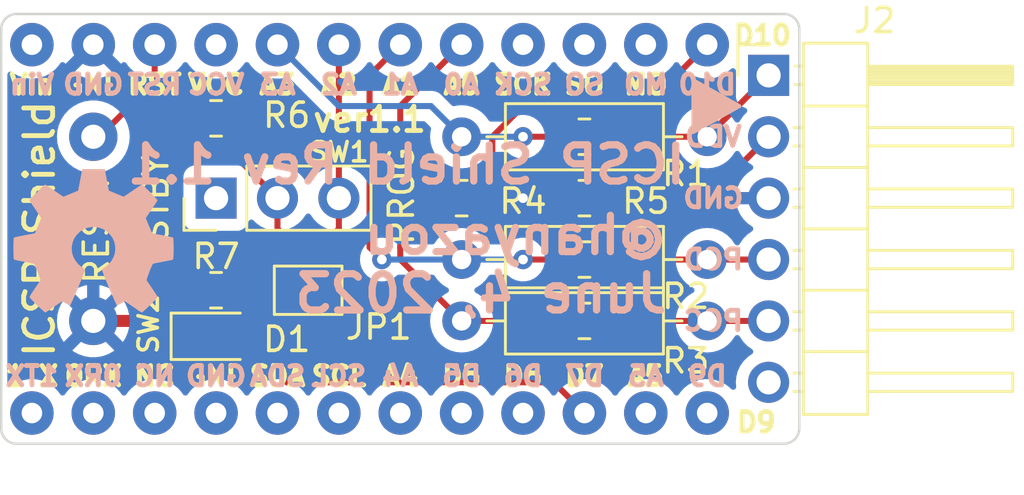
<source format=kicad_pcb>
(kicad_pcb (version 20221018) (generator pcbnew)
  (layers (0 "F.Cu" signal) (31 "B.Cu" signal) (34 "B.Paste" user) (35 "F.Paste" user) (36 "B.SilkS" user "B.Silkscreen") (37 "F.SilkS" user "F.Silkscreen") (38 "B.Mask" user) (39 "F.Mask" user) (44 "Edge.Cuts" user))
  (net 0 "")
  (net 1 "Net-(D1-K)")
  (net 2 "LED")
  (net 14 "Net-(J1-D10{slash}A10)")
  (net 18 "A0")
  (net 19 "A1")
  (net 20 "PROG")
  (net 21 "A3")
  (net 23 "RESET")
  (net 24 "GND")
  (net 26 "MCLR")
  (net 27 "VDD")
  (net 28 "PGD")
  (net 29 "PGC")
  (net 31 "Net-(JP1-B)")
  (footprint "Resistor_THT:R_Axial_DIN0207_L6.3mm_D2.5mm_P10.16mm_Horizontal" (layer "F.Cu") (at 156.21 105.41)
    (fp_text reference "R8" hide)
    (fp_text value "470")
    (fp_line (start 1.04 0) (end 1.81 0) (stroke (width 0.12)) (layer "F.SilkS"))
    (fp_line (start 1.81 -1.37) (end 1.81 1.37) (stroke (width 0.12)) (layer "F.SilkS"))
    (fp_line (start 1.81 1.37) (end 8.35 1.37) (stroke (width 0.12)) (layer "F.SilkS"))
    (fp_line (start 8.35 -1.37) (end 1.81 -1.37) (stroke (width 0.12)) (layer "F.SilkS"))
    (fp_line (start 8.35 1.37) (end 8.35 -1.37) (stroke (width 0.12)) (layer "F.SilkS"))
    (fp_line (start 9.12 0) (end 8.35 0) (stroke (width 0.12)) (layer "F.SilkS"))
    (pad "1" thru_hole circle (at 0 0) (size 1.6 1.6) (drill 0.8) (layers "*.Cu" "*.Mask") (net 18 "A0"))
    (pad "2" thru_hole oval (at 10.16 0) (size 1.6 1.6) (drill 0.8) (layers "*.Cu" "*.Mask") (net 29 "PGC"))
  )
  (footprint "Connector_PinHeader_2.54mm:PinHeader_1x03_P2.54mm_Vertical" (layer "F.Cu") (at 146.05 100.33 90)
    (fp_text reference "SW1" (at 1.905 5.08 180) (layer "F.SilkS") (effects (font (size 0.8 0.8))))
    (fp_text value "MODE")
    (fp_line (start -1.33 -1.33) (end 0 -1.33) (stroke (width 0.12)) (layer "F.SilkS"))
    (fp_line (start -1.33 0) (end -1.33 -1.33) (stroke (width 0.12)) (layer "F.SilkS"))
    (fp_line (start -1.33 1.27) (end -1.33 6.41) (stroke (width 0.12)) (layer "F.SilkS"))
    (fp_line (start -1.33 1.27) (end 1.33 1.27) (stroke (width 0.12)) (layer "F.SilkS"))
    (fp_line (start -1.33 6.41) (end 1.33 6.41) (stroke (width 0.12)) (layer "F.SilkS"))
    (fp_line (start 1.33 1.27) (end 1.33 6.41) (stroke (width 0.12)) (layer "F.SilkS"))
    (pad "1" thru_hole rect (at 0 0 90) (size 1.7 1.7) (drill 1) (layers "*.Cu" "*.Mask"))
    (pad "2" thru_hole oval (at 0 2.54 90) (size 1.7 1.7) (drill 1) (layers "*.Cu" "*.Mask") (net 31 "Net-(JP1-B)"))
    (pad "3" thru_hole oval (at 0 5.08 90) (size 1.7 1.7) (drill 1) (layers "*.Cu" "*.Mask") (net 20 "PROG"))
  )
  (footprint "Resistor_SMD:R_0805_2012Metric_Pad1.20x1.40mm_HandSolder" (layer "F.Cu") (at 161.29 102.87)
    (fp_text reference "R2" (at 4.191 1.524) (layer "F.SilkS"))
    (fp_text value "470")
    (fp_line (start -0.227064 -0.735) (end 0.227064 -0.735) (stroke (width 0.12)) (layer "F.SilkS"))
    (fp_line (start -0.227064 0.735) (end 0.227064 0.735) (stroke (width 0.12)) (layer "F.SilkS"))
    (pad "1" smd roundrect (at -1 0) (size 1.2 1.4) (layers "F.Cu" "F.Paste" "F.Mask") (roundrect_rratio 0.2083333333) (net 19 "A1"))
    (pad "2" smd roundrect (at 1 0) (size 1.2 1.4) (layers "F.Cu" "F.Paste" "F.Mask") (roundrect_rratio 0.2083333333) (net 28 "PGD"))
  )
  (footprint "Resistor_SMD:R_0805_2012Metric_Pad1.20x1.40mm_HandSolder" (layer "F.Cu") (at 161.29 100.33 180)
    (fp_text reference "R5" (at -2.54 -0.127) (layer "F.SilkS"))
    (fp_text value "10k")
    (fp_line (start -0.227064 -0.735) (end 0.227064 -0.735) (stroke (width 0.12)) (layer "F.SilkS"))
    (fp_line (start -0.227064 0.735) (end 0.227064 0.735) (stroke (width 0.12)) (layer "F.SilkS"))
    (pad "1" smd roundrect (at -1 0 180) (size 1.2 1.4) (layers "F.Cu" "F.Paste" "F.Mask") (roundrect_rratio 0.2083333333) (net 27 "VDD"))
    (pad "2" smd roundrect (at 1 0 180) (size 1.2 1.4) (layers "F.Cu" "F.Paste" "F.Mask") (roundrect_rratio 0.2083333333) (net 24 "GND"))
  )
  (footprint "LED_SMD:LED_0805_2012Metric_Pad1.15x1.40mm_HandSolder" (layer "F.Cu") (at 146.05 106.045)
    (fp_text reference "D1" (at 2.921 0.127) (layer "F.SilkS"))
    (fp_text value "LED")
    (fp_line (start -1.86 -0.96) (end -1.86 0.96) (stroke (width 0.12)) (layer "F.SilkS"))
    (fp_line (start -1.86 0.96) (end 1 0.96) (stroke (width 0.12)) (layer "F.SilkS"))
    (fp_line (start 1 -0.96) (end -1.86 -0.96) (stroke (width 0.12)) (layer "F.SilkS"))
    (pad "1" smd roundrect (at -1.025 0) (size 1.15 1.4) (layers "F.Cu" "F.Paste" "F.Mask") (roundrect_rratio 0.2173913043) (net 1 "Net-(D1-K)"))
    (pad "2" smd roundrect (at 1.025 0) (size 1.15 1.4) (layers "F.Cu" "F.Paste" "F.Mask") (roundrect_rratio 0.2173913043) (net 2 "LED"))
  )
  (footprint "Resistor_SMD:R_0805_2012Metric_Pad1.20x1.40mm_HandSolder" (layer "F.Cu") (at 146.05 97.028 180)
    (fp_text reference "R6" (at -2.921 0.127) (layer "F.SilkS"))
    (fp_text value "1k")
    (fp_line (start -0.227064 -0.735) (end 0.227064 -0.735) (stroke (width 0.12)) (layer "F.SilkS"))
    (fp_line (start -0.227064 0.735) (end 0.227064 0.735) (stroke (width 0.12)) (layer "F.SilkS"))
    (pad "1" smd roundrect (at -1 0 180) (size 1.2 1.4) (layers "F.Cu" "F.Paste" "F.Mask") (roundrect_rratio 0.2083333333) (net 31 "Net-(JP1-B)"))
    (pad "2" smd roundrect (at 1 0 180) (size 1.2 1.4) (layers "F.Cu" "F.Paste" "F.Mask") (roundrect_rratio 0.2083333333) (net 24 "GND"))
  )
  (footprint "Resistor_SMD:R_0805_2012Metric_Pad1.20x1.40mm_HandSolder" (layer "F.Cu") (at 161.29 105.41)
    (fp_text reference "R3" (at 4.191 1.651) (layer "F.SilkS"))
    (fp_text value "470")
    (fp_line (start -0.227064 -0.735) (end 0.227064 -0.735) (stroke (width 0.12)) (layer "F.SilkS"))
    (fp_line (start -0.227064 0.735) (end 0.227064 0.735) (stroke (width 0.12)) (layer "F.SilkS"))
    (pad "1" smd roundrect (at -1 0) (size 1.2 1.4) (layers "F.Cu" "F.Paste" "F.Mask") (roundrect_rratio 0.2083333333) (net 18 "A0"))
    (pad "2" smd roundrect (at 1 0) (size 1.2 1.4) (layers "F.Cu" "F.Paste" "F.Mask") (roundrect_rratio 0.2083333333) (net 29 "PGC"))
  )
  (footprint "Symbol:OSHW-Symbol_6.7x6mm_Copper" (layer "F.Cu") (at 140.97 102.108)
    (fp_text reference "REF**" hide)
    (fp_text value "OSHW-Symbol_6.7x6mm_Copper" hide)
    (fp_poly (pts (xy 0.555814 -2.531069) (xy 0.639635 -2.086445) (xy 0.94892 -1.958947) (xy 1.258206 -1.831449) (xy 1.629246 -2.083754) (xy 1.733157 -2.154004) (xy 1.827087 -2.216728) (xy 1.906652 -2.269062) (xy 1.96747 -2.308143) (xy 2.005157 -2.331107) (xy 2.015421 -2.336058) (xy 2.03391 -2.323324) (xy 2.07342 -2.288118) (xy 2.129522 -2.234938) (xy 2.197787 -2.168282) (xy 2.273786 -2.092646) (xy 2.353092 -2.012528) (xy 2.431275 -1.932426) (xy 2.503907 -1.856836) (xy 2.566559 -1.790255) (xy 2.614803 -1.737182) (xy 2.64421 -1.702113) (xy 2.651241 -1.690377) (xy 2.641123 -1.66874) (xy 2.612759 -1.621338) (xy 2.569129 -1.552807) (xy 2.513218 -1.467785) (xy 2.448006 -1.370907) (xy 2.410219 -1.31565) (xy 2.341343 -1.214752) (xy 2.28014 -1.123701) (xy 2.229578 -1.04703) (xy 2.192628 -0.989272) (xy 2.172258 -0.954957) (xy 2.169197 -0.947746) (xy 2.176136 -0.927252) (xy 2.195051 -0.879487) (xy 2.223087 -0.811168) (xy 2.257391 -0.729011) (xy 2.295109 -0.63973) (xy 2.333387 -0.550042) (xy 2.36937 -0.466662) (xy 2.400206 -0.396306) (xy 2.423039 -0.34569) (xy 2.435017 -0.321529) (xy 2.435724 -0.320578) (xy 2.454531 -0.315964) (xy 2.504618 -0.305672) (xy 2.580793 -0.290713) (xy 2.677865 -0.272099) (xy 2.790643 -0.250841) (xy 2.856442 -0.238582) (xy 2.97695 -0.215638) (xy 3.085797 -0.193805) (xy 3.177476 -0.174278) (xy 3.246481 -0.158252) (xy 3.287304 -0.146921) (xy 3.295511 -0.143326) (xy 3.303548 -0.118994) (xy 3.310033 -0.064041) (xy 3.31497 0.015108) (xy 3.318364 0.112026) (xy 3.320218 0.220287) (xy 3.320538 0.333465) (xy 3.319327 0.445135) (xy 3.31659 0.548868) (xy 3.312331 0.638241) (xy 3.306555 0.706826) (xy 3.299267 0.748197) (xy 3.294895 0.75681) (xy 3.268764 0.767133) (xy 3.213393 0.781892) (xy 3.136107 0.799352) (xy 3.04423 0.81778) (xy 3.012158 0.823741) (xy 2.857524 0.852066) (xy 2.735375 0.874876) (xy 2.641673 0.89308) (xy 2.572384 0.907583) (xy 2.523471 0.919292) (xy 2.490897 0.929115) (xy 2.470628 0.937956) (xy 2.458626 0.946724) (xy 2.456947 0.948457) (xy 2.440184 0.976371) (xy 2.414614 1.030695) (xy 2.382788 1.104777) (xy 2.34726 1.191965) (xy 2.310583 1.285608) (xy 2.275311 1.379052) (xy 2.243996 1.465647) (xy 2.219193 1.53874) (xy 2.203454 1.591678) (xy 2.199332 1.617811) (xy 2.199676 1.618726) (xy 2.213641 1.640086) (xy 2.245322 1.687084) (xy 2.291391 1.754827) (xy 2.348518 1.838423) (xy 2.413373 1.932982) (xy 2.431843 1.959854) (xy 2.497699 2.057275) (xy 2.55565 2.146163) (xy 2.602538 2.221412) (xy 2.635207 2.27792) (xy 2.6505 2.310581) (xy 2.651241 2.314593) (xy 2.638392 2.335684) (xy 2.602888 2.377464) (xy 2.549293 2.435445) (xy 2.482171 2.505135) (xy 2.406087 2.582045) (xy 2.325604 2.661683) (xy 2.245287 2.739561) (xy 2.169699 2.811186) (xy 2.103405 2.87207) (xy 2.050969 2.917721) (xy 2.016955 2.94365) (xy 2.007545 2.947883) (xy 1.985643 2.937912) (xy 1.9408 2.91102) (xy 1.880321 2.871736) (xy 1.833789 2.840117) (xy 1.749475 2.782098) (xy 1.649626 2.713784) (xy 1.549473 2.645579) (xy 1.495627 2.609075) (xy 1.313371 2.4858) (xy 1.160381 2.56852) (xy 1.090682 2.604759) (xy 1.031414 2.632926) (xy 0.991311 2.648991) (xy 0.981103 2.651226) (xy 0.968829 2.634722) (xy 0.944613 2.588082) (xy 0.910263 2.515609) (xy 0.867588 2.421606) (xy 0.818394 2.310374) (xy 0.76449 2.186215) (xy 0.707684 2.053432) (xy 0.649782 1.916327) (xy 0.592593 1.779202) (xy 0.537924 1.646358) (xy 0.487584 1.522098) (xy 0.44338 1.410725) (xy 0.407119 1.316539) (xy 0.380609 1.243844) (xy 0.365658 1.196941) (xy 0.363254 1.180833) (xy 0.382311 1.160286) (xy 0.424036 1.126933) (xy 0.479706 1.087702) (xy 0.484378 1.084599) (xy 0.628264 0.969423) (xy 0.744283 0.835053) (xy 0.83143 0.685784) (xy 0.888699 0.525913) (xy 0.915086 0.359737) (xy 0.909585 0.191552) (xy 0.87119 0.025655) (xy 0.798895 -0.133658) (xy 0.777626 -0.168513) (xy 0.666996 -0.309263) (xy 0.536302 -0.422286) (xy 0.390064 -0.506997) (xy 0.232808 -0.562806) (xy 0.069057 -0.589126) (xy -0.096667 -0.58537) (xy -0.259838 -0.55095) (xy -0.415935 -0.485277) (xy -0.560433 -0.387765) (xy -0.605131 -0.348187) (xy -0.718888 -0.224297) (xy -0.801782 -0.093876) (xy -0.858644 0.052315) (xy -0.890313 0.197088) (xy -0.898131 0.35986) (xy -0.872062 0.52344) (xy -0.814755 0.682298) (xy -0.728856 0.830906) (xy -0.617014 0.963735) (xy -0.481877 1.075256) (xy -0.464117 1.087011) (xy -0.40785 1.125508) (xy -0.365077 1.158863) (xy -0.344628 1.18016) (xy -0.344331 1.180833) (xy -0.348721 1.203871) (xy -0.366124 1.256157) (xy -0.394732 1.33339) (xy -0.432735 1.431268) (xy -0.478326 1.545491) (xy -0.529697 1.671758) (xy -0.585038 1.805767) (xy -0.642542 1.943218) (xy -0.700399 2.079808) (xy -0.756802 2.211237) (xy -0.809942 2.333205) (xy -0.85801 2.441409) (xy -0.899199 2.531549) (xy -0.931699 2.599323) (xy -0.953703 2.64043) (xy -0.962564 2.651226) (xy -0.98964 2.642819) (xy -1.040303 2.620272) (xy -1.105817 2.587613) (xy -1.141841 2.56852) (xy -1.294832 2.4858) (xy -1.477088 2.609075) (xy -1.570125 2.672228) (xy -1.671985 2.741727) (xy -1.767438 2.807165) (xy -1.81525 2.840117) (xy -1.882495 2.885273) (xy -1.939436 2.921057) (xy -1.978646 2.942938) (xy -1.991381 2.947563) (xy -2.009917 2.935085) (xy -2.050941 2.900252) (xy -2.110475 2.846678) (xy -2.184542 2.777983) (xy -2.269165 2.697781) (xy -2.322685 2.646286) (xy -2.416319 2.554286) (xy -2.497241 2.471999) (xy -2.562177 2.402945) (xy -2.607858 2.350644) (xy -2.631011 2.318616) (xy -2.633232 2.312116) (xy -2.622924 2.287394) (xy -2.594439 2.237405) (xy -2.550937 2.167212) (xy -2.495577 2.081875) (xy -2.43152 1.986456) (xy -2.413303 1.959854) (xy -2.346927 1.863167) (xy -2.287378 1.776117) (xy -2.237984 1.703595) (xy -2.202075 1.650493) (xy -2.182981 1.621703) (xy -2.181136 1.618726) (xy -2.183895 1.595782) (xy -2.198538 1.545336) (xy -2.222513 1.474041) (xy -2.253266 1.388547) (xy -2.288244 1.295507) (xy -2.324893 1.201574) (xy -2.360661 1.113399) (xy -2.392994 1.037634) (xy -2.419338 0.980931) (xy -2.437142 0.949943) (xy -2.438407 0.948457) (xy -2.449294 0.939601) (xy -2.467682 0.930843) (xy -2.497606 0.921277) (xy -2.543103 0.909996) (xy -2.608209 0.896093) (xy -2.696961 0.878663) (xy -2.813393 0.856798) (xy -2.961542 0.829591) (xy -2.993618 0.823741) (xy -3.088686 0.805374) (xy -3.171565 0.787405) (xy -3.23493 0.771569) (xy -3.271458 0.7596) (xy -3.276356 0.75681) (xy -3.284427 0.732072) (xy -3.290987 0.67679) (xy -3.296033 0.597389) (xy -3.299559 0.500296) (xy -3.301561 0.391938) (xy -3.302036 0.27874) (xy -3.300977 0.167128) (xy -3.298382 0.063529) (xy -3.294246 -0.025632) (xy -3.288563 -0.093928) (xy -3.281331 -0.134934) (xy -3.276971 -0.143326) (xy -3.252698 -0.151792) (xy -3.197426 -0.165565) (xy -3.116662 -0.18345) (xy -3.015912 -0.204252) (xy -2.900683 -0.226777) (xy -2.837902 -0.238582) (xy -2.718787 -0.260849) (xy -2.612565 -0.281021) (xy -2.524427 -0.298085) (xy -2.459566 -0.311031) (xy -2.423174 -0.318845) (xy -2.417184 -0.320578) (xy -2.407061 -0.34011) (xy -2.385662 -0.387157) (xy -2.355839 -0.454997) (xy -2.320445 -0.536909) (xy -2.282332 -0.626172) (xy -2.244353 -0.716065) (xy -2.20936 -0.799865) (xy -2.180206 -0.870853) (xy -2.159743 -0.922306) (xy -2.150823 -0.947503) (xy -2.150657 -0.948604) (xy -2.160769 -0.968481) (xy -2.189117 -1.014223) (xy -2.232723 -1.081283) (xy -2.288606 -1.165116) (xy -2.353787 -1.261174) (xy -2.391679 -1.31635) (xy -2.460725 -1.417519) (xy -2.52205 -1.50937) (xy -2.572663 -1.587256) (xy -2.609571 -1.646531) (xy -2.629782 -1.682549) (xy -2.632701 -1.690623) (xy -2.620153 -1.709416) (xy -2.585463 -1.749543) (xy -2.533063 -1.806507) (xy -2.467384 -1.875815) (xy -2.392856 -1.952969) (xy -2.313913 -2.033475) (xy -2.234983 -2.112837) (xy -2.1605 -2.18656) (xy -2.094894 -2.250148) (xy -2.042596 -2.299106) (xy -2.008039 -2.328939) (xy -1.996478 -2.336058) (xy -1.977654 -2.326047) (xy -1.932631 -2.297922) (xy -1.865787 -2.254546) (xy -1.781499 -2.198782) (xy -1.684144 -2.133494) (xy -1.610707 -2.083754) (xy -1.239667 -1.831449) (xy -0.621095 -2.086445) (xy -0.537275 -2.531069) (xy -0.453454 -2.975693) (xy 0.471994 -2.975693) (xy 0.555814 -2.531069)) (stroke (width 0.01)) (fill solid) (layer "B.SilkS"))
  )
  (footprint "Resistor_THT:R_Axial_DIN0207_L6.3mm_D2.5mm_P10.16mm_Horizontal" (layer "F.Cu") (at 156.21 97.79)
    (fp_text reference "R10" hide)
    (fp_text value "470")
    (fp_line (start 1.04 0) (end 1.81 0) (stroke (width 0.12)) (layer "F.SilkS"))
    (fp_line (start 1.81 -1.37) (end 1.81 1.37) (stroke (width 0.12)) (layer "F.SilkS"))
    (fp_line (start 1.81 1.37) (end 8.35 1.37) (stroke (width 0.12)) (layer "F.SilkS"))
    (fp_line (start 8.35 -1.37) (end 1.81 -1.37) (stroke (width 0.12)) (layer "F.SilkS"))
    (fp_line (start 8.35 1.37) (end 8.35 -1.37) (stroke (width 0.12)) (layer "F.SilkS"))
    (fp_line (start 9.12 0) (end 8.35 0) (stroke (width 0.12)) (layer "F.SilkS"))
    (pad "1" thru_hole circle (at 0 0) (size 1.6 1.6) (drill 0.8) (layers "*.Cu" "*.Mask") (net 21 "A3"))
    (pad "2" thru_hole oval (at 10.16 0) (size 1.6 1.6) (drill 0.8) (layers "*.Cu" "*.Mask") (net 26 "MCLR"))
  )
  (footprint "Resistor_SMD:R_0805_2012Metric_Pad1.20x1.40mm_HandSolder" (layer "F.Cu") (at 156.21 100.33 180)
    (fp_text reference "R4" (at -2.54 -0.127) (layer "F.SilkS"))
    (fp_text value "470")
    (fp_line (start -0.227064 -0.735) (end 0.227064 -0.735) (stroke (width 0.12)) (layer "F.SilkS"))
    (fp_line (start -0.227064 0.735) (end 0.227064 0.735) (stroke (width 0.12)) (layer "F.SilkS"))
    (pad "1" smd roundrect (at -1 0 180) (size 1.2 1.4) (layers "F.Cu" "F.Paste" "F.Mask") (roundrect_rratio 0.2083333333) (net 14 "Net-(J1-D10{slash}A10)"))
    (pad "2" smd roundrect (at 1 0 180) (size 1.2 1.4) (layers "F.Cu" "F.Paste" "F.Mask") (roundrect_rratio 0.2083333333) (net 27 "VDD"))
  )
  (footprint "Resistor_THT:R_Axial_DIN0207_L6.3mm_D2.5mm_P10.16mm_Horizontal" (layer "F.Cu") (at 156.21 102.87)
    (fp_text reference "R9" hide)
    (fp_text value "470")
    (fp_line (start 1.04 0) (end 1.81 0) (stroke (width 0.12)) (layer "F.SilkS"))
    (fp_line (start 1.81 -1.37) (end 1.81 1.37) (stroke (width 0.12)) (layer "F.SilkS"))
    (fp_line (start 1.81 1.37) (end 8.35 1.37) (stroke (width 0.12)) (layer "F.SilkS"))
    (fp_line (start 8.35 -1.37) (end 1.81 -1.37) (stroke (width 0.12)) (layer "F.SilkS"))
    (fp_line (start 8.35 1.37) (end 8.35 -1.37) (stroke (width 0.12)) (layer "F.SilkS"))
    (fp_line (start 9.12 0) (end 8.35 0) (stroke (width 0.12)) (layer "F.SilkS"))
    (pad "1" thru_hole circle (at 0 0) (size 1.6 1.6) (drill 0.8) (layers "*.Cu" "*.Mask") (net 19 "A1"))
    (pad "2" thru_hole oval (at 10.16 0) (size 1.6 1.6) (drill 0.8) (layers "*.Cu" "*.Mask") (net 28 "PGD"))
  )
  (footprint "library:Arduino_pro_micro_0.85mm" (layer "F.Cu") (at 151.13 99.06)
    (fp_text reference "J1" hide)
    (fp_text value "Pro Micro")
    (fp_text user "SCK" (at 7.62 -3.429) (layer "B.SilkS") (effects (font (size 0.8 0.8) (thickness 0.2)) (justify mirror)))
    (fp_text user "GND" (at -10.16 -3.429) (layer "B.SilkS") (effects (font (size 0.8 0.8) (thickness 0.2)) (justify mirror)))
    (fp_text user "MO" (at 12.7 -3.429) (layer "B.SilkS") (effects (font (size 0.8 0.8) (thickness 0.2)) (justify mirror)))
    (fp_text user "NC" (at -7.62 8.636) (layer "B.SilkS") (effects (font (size 0.8 0.8) (thickness 0.2)) (justify mirror)))
    (fp_text user "VCC" (at -5.08 -3.429) (layer "B.SilkS") (effects (font (size 0.8 0.8) (thickness 0.2)) (justify mirror)))
    (fp_text user "PGC" (at 15.494 6.35) (layer "B.SilkS") (effects (font (size 0.8 0.8) (thickness 0.2)) (justify mirror)))
    (fp_text user "A4" (at 2.54 8.636) (layer "B.SilkS") (effects (font (size 0.8 0.8) (thickness 0.2)) (justify mirror)))
    (fp_text user "RST" (at -7.62 -3.429) (layer "B.SilkS") (effects (font (size 0.8 0.8) (thickness 0.2)) (justify mirror)))
    (fp_text user "D9" (at 15.24 8.636) (layer "B.SilkS") (effects (font (size 0.8 0.8) (thickness 0.2)) (justify mirror)))
    (fp_text user "D6" (at 7.62 8.636) (layer "B.SilkS") (effects (font (size 0.8 0.8) (thickness 0.2)) (justify mirror)))
    (fp_text user "Vin" (at -12.7 -3.429) (layer "B.SilkS") (effects (font (size 0.8 0.8) (thickness 0.2)) (justify mirror)))
    (fp_text user "A1" (at 2.54 -3.429) (layer "B.SilkS") (effects (font (size 0.8 0.8) (thickness 0.2)) (justify mirror)))
    (fp_text user "GND" (at 15.494 1.27) (layer "B.SilkS") (effects (font (size 0.8 0.8) (thickness 0.2)) (justify mirror)))
    (fp_text user "A0" (at 5.08 -3.429) (layer "B.SilkS") (effects (font (size 0.8 0.8) (thickness 0.2)) (justify mirror)))
    (fp_text user "VDD" (at 15.494 -1.27) (layer "B.SilkS") (effects (font (size 0.8 0.8) (thickness 0.2)) (justify mirror)))
    (fp_text user "A2" (at 0 -3.429) (layer "B.SilkS") (effects (font (size 0.8 0.8) (thickness 0.2)) (justify mirror)))
    (fp_text user "D7" (at 10.16 8.636) (layer "B.SilkS") (effects (font (size 0.8 0.8) (thickness 0.2)) (justify mirror)))
    (fp_text user "SDA" (at -2.54 8.636) (layer "B.SilkS") (effects (font (size 0.8 0.8) (thickness 0.2)) (justify mirror)))
    (fp_text user "0RX" (at -10.16 8.636) (layer "B.SilkS") (effects (font (size 0.8 0.8) (thickness 0.2)) (justify mirror)))
    (fp_text user "PGD" (at 15.494 3.81) (layer "B.SilkS") (effects (font (size 0.8 0.8) (thickness 0.2)) (justify mirror)))
    (fp_text user "SO" (at 10.16 -3.429) (layer "B.SilkS") (effects (font (size 0.8 0.8) (thickness 0.2)) (justify mirror)))
    (fp_text user "A3" (at -2.54 -3.429) (layer "B.SilkS") (effects (font (size 0.8 0.8) (thickness 0.2)) (justify mirror)))
    (fp_text user "D5" (at 5.08 8.636) (layer "B.SilkS") (effects (font (size 0.8 0.8) (thickness 0.2)) (justify mirror)))
    (fp_text user "1TX" (at -12.7 8.636) (layer "B.SilkS") (effects (font (size 0.8 0.8) (thickness 0.2)) (justify mirror)))
    (fp_text user "D10" (at 15.24 -3.429) (layer "B.SilkS") (effects (font (size 0.8 0.8) (thickness 0.2)) (justify mirror)))
    (fp_text user "A5" (at 12.7 8.636) (layer "B.SilkS") (effects (font (size 0.8 0.8) (thickness 0.2)) (justify mirror)))
    (fp_text user "GND" (at -5.08 8.636) (layer "B.SilkS") (effects (font (size 0.8 0.8) (thickness 0.2)) (justify mirror)))
    (fp_text user "SCL" (at 0 8.636) (layer "B.SilkS") (effects (font (size 0.8 0.8) (thickness 0.2)) (justify mirror)))
    (fp_text user "A2" (at 0 -3.429) (layer "F.SilkS") (effects (font (size 0.8 0.8) (thickness 0.2))))
    (fp_text user "A1" (at 2.54 -3.429) (layer "F.SilkS") (effects (font (size 0.8 0.8) (thickness 0.2))))
    (fp_text user "D7" (at 10.16 8.636) (layer "F.SilkS") (effects (font (size 0.8 0.8) (thickness 0.2))))
    (fp_text user "A0" (at 5.08 -3.429) (layer "F.SilkS") (effects (font (size 0.8 0.8) (thickness 0.2))))
    (fp_text user "0RX" (at -10.16 8.636) (layer "F.SilkS") (effects (font (size 0.8 0.8) (thickness 0.2))))
    (fp_text user "D9" (at 17.272 10.541) (layer "F.SilkS") (effects (font (size 0.8 0.8) (thickness 0.2))))
    (fp_text user "A5" (at 12.7 8.636) (layer "F.SilkS") (effects (font (size 0.8 0.8) (thickness 0.2))))
    (fp_text user "Vin" (at -12.7 -3.429) (layer "F.SilkS") (effects (font (size 0.8 0.8) (thickness 0.2))))
    (fp_text user "SDA" (at -2.54 8.636) (layer "F.SilkS") (effects (font (size 0.8 0.8) (thickness 0.2))))
    (fp_text user "MO" (at 12.7 -3.429) (layer "F.SilkS") (effects (font (size 0.8 0.8) (thickness 0.2))))
    (fp_text user "VCC" (at -5.08 -3.429) (layer "F.SilkS") (effects (font (size 0.8 0.8) (thickness 0.2))))
    (fp_text user "D10" (at 17.526 -5.461) (layer "F.SilkS") (effects (font (size 0.8 0.8) (thickness 0.2))))
    (fp_text user "GND" (at -10.16 -3.429) (layer "F.SilkS") (effects (font (size 0.8 0.8) (thickness 0.2))))
    (fp_text user "A3" (at -2.54 -3.429) (layer "F.SilkS") (effects (font (size 0.8 0.8) (thickness 0.2))))
    (fp_text user "D5" (at 5.08 8.636) (layer "F.SilkS") (effects (font (size 0.8 0.8) (thickness 0.2))))
    (fp_text user "SO" (at 10.16 -3.429) (layer "F.SilkS") (effects (font (size 0.8 0.8) (thickness 0.2))))
    (fp_text user "NC" (at -7.62 8.636) (layer "F.SilkS") (effects (font (size 0.8 0.8) (thickness 0.2))))
    (fp_text user "SCL" (at 0 8.636) (layer "F.SilkS") (effects (font (size 0.8 0.8) (thickness 0.2))))
    (fp_text user "SCK" (at 7.62 -3.429) (layer "F.SilkS") (effects (font (size 0.8 0.8) (thickness 0.2))))
    (fp_text user "D6" (at 7.62 8.636) (layer "F.SilkS") (effects (font (size 0.8 0.8) (thickness 0.2))))
    (fp_text user "1TX" (at -12.7 8.636) (layer "F.SilkS") (effects (font (size 0.8 0.8) (thickness 0.2))))
    (fp_text user "RST" (at -7.62 -3.429) (layer "F.SilkS") (effects (font (size 0.8 0.8) (thickness 0.2))))
    (fp_text user "A4" (at 2.54 8.636) (layer "F.SilkS") (effects (font (size 0.8 0.8) (thickness 0.2))))
    (fp_text user "GND" (at -5.08 8.636) (layer "F.SilkS") (effects (font (size 0.8 0.8) (thickness 0.2))))
    (pad "1" thru_hole circle (at -12.7 10.16) (size 1.8 1.8) (drill 0.85) (layers "*.Cu" "*.Mask"))
    (pad "2" thru_hole circle (at -10.16 10.16) (size 1.8 1.8) (drill 0.85) (layers "*.Cu" "*.Mask"))
    (pad "3" thru_hole circle (at -7.62 10.16) (size 1.8 1.8) (drill 0.85) (layers "*.Cu" "*.Mask"))
    (pad "4" thru_hole circle (at -5.08 10.16) (size 1.8 1.8) (drill 0.85) (layers "*.Cu" "*.Mask"))
    (pad "5" thru_hole circle (at -2.54 10.16) (size 1.8 1.8) (drill 0.85) (layers "*.Cu" "*.Mask"))
    (pad "6" thru_hole circle (at 0 10.16) (size 1.8 1.8) (drill 0.85) (layers "*.Cu" "*.Mask"))
    (pad "7" thru_hole circle (at 2.54 10.16) (size 1.8 1.8) (drill 0.85) (layers "*.Cu" "*.Mask"))
    (pad "8" thru_hole circle (at 5.08 10.16) (size 1.8 1.8) (drill 0.85) (layers "*.Cu" "*.Mask"))
    (pad "9" thru_hole circle (at 7.62 10.16) (size 1.8 1.8) (drill 0.85) (layers "*.Cu" "*.Mask"))
    (pad "10" thru_hole circle (at 10.16 10.16) (size 1.8 1.8) (drill 0.85) (layers "*.Cu" "*.Mask") (net 2 "LED"))
    (pad "11" thru_hole circle (at 12.7 10.16) (size 1.8 1.8) (drill 0.85) (layers "*.Cu" "*.Mask"))
    (pad "12" thru_hole circle (at 15.24 10.16) (size 1.8 1.8) (drill 0.85) (layers "*.Cu" "*.Mask"))
    (pad "13" thru_hole circle (at 15.24 -5.08) (size 1.8 1.8) (drill 0.85) (layers "*.Cu" "*.Mask") (net 14 "Net-(J1-D10{slash}A10)"))
    (pad "14" thru_hole circle (at 12.7 -5.08) (size 1.8 1.8) (drill 0.85) (layers "*.Cu" "*.Mask"))
    (pad "15" thru_hole circle (at 10.16 -5.08) (size 1.8 1.8) (drill 0.85) (layers "*.Cu" "*.Mask"))
    (pad "16" thru_hole circle (at 7.62 -5.08) (size 1.8 1.8) (drill 0.85) (layers "*.Cu" "*.Mask"))
    (pad "17" thru_hole circle (at 5.08 -5.08) (size 1.8 1.8) (drill 0.85) (layers "*.Cu" "*.Mask") (net 18 "A0"))
    (pad "18" thru_hole circle (at 2.54 -5.08) (size 1.8 1.8) (drill 0.85) (layers "*.Cu" "*.Mask") (net 19 "A1"))
    (pad "19" thru_hole circle (at 0 -5.08) (size 1.8 1.8) (drill 0.85) (layers "*.Cu" "*.Mask") (net 20 "PROG"))
    (pad "20" thru_hole circle (at -2.54 -5.08) (size 1.8 1.8) (drill 0.85) (layers "*.Cu" "*.Mask") (net 21 "A3"))
    (pad "21" thru_hole circle (at -5.08 -5.08) (size 1.8 1.8) (drill 0.85) (layers "*.Cu" "*.Mask"))
    (pad "22" thru_hole circle (at -7.62 -5.08) (size 1.8 1.8) (drill 0.85) (layers "*.Cu" "*.Mask") (net 23 "RESET"))
    (pad "23" thru_hole circle (at -10.16 -5.08) (size 1.8 1.8) (drill 0.85) (layers "*.Cu" "*.Mask") (net 24 "GND"))
    (pad "24" thru_hole circle (at -12.7 -5.08) (size 1.8 1.8) (drill 0.85) (layers "*.Cu" "*.Mask"))
  )
  (footprint "Resistor_SMD:R_0805_2012Metric_Pad1.20x1.40mm_HandSolder" (layer "F.Cu") (at 161.29 97.79)
    (fp_text reference "R1" (at 4.191 1.524) (layer "F.SilkS"))
    (fp_text value "470")
    (fp_line (start -0.227064 -0.735) (end 0.227064 -0.735) (stroke (width 0.12)) (layer "F.SilkS"))
    (fp_line (start -0.227064 0.735) (end 0.227064 0.735) (stroke (width 0.12)) (layer "F.SilkS"))
    (pad "1" smd roundrect (at -1 0) (size 1.2 1.4) (layers "F.Cu" "F.Paste" "F.Mask") (roundrect_rratio 0.2083333333) (net 21 "A3"))
    (pad "2" smd roundrect (at 1 0) (size 1.2 1.4) (layers "F.Cu" "F.Paste" "F.Mask") (roundrect_rratio 0.2083333333) (net 26 "MCLR"))
  )
  (footprint "Resistor_SMD:R_0805_2012Metric_Pad1.20x1.40mm_HandSolder" (layer "F.Cu") (at 146.05 104.14 180)
    (fp_text reference "R7" (at 0 1.397) (layer "F.SilkS"))
    (fp_text value "220")
    (fp_line (start -0.227064 -0.735) (end 0.227064 -0.735) (stroke (width 0.12)) (layer "F.SilkS"))
    (fp_line (start -0.227064 0.735) (end 0.227064 0.735) (stroke (width 0.12)) (layer "F.SilkS"))
    (pad "1" smd roundrect (at -1 0 180) (size 1.2 1.4) (layers "F.Cu" "F.Paste" "F.Mask") (roundrect_rratio 0.2083333333) (net 1 "Net-(D1-K)"))
    (pad "2" smd roundrect (at 1 0 180) (size 1.2 1.4) (layers "F.Cu" "F.Paste" "F.Mask") (roundrect_rratio 0.2083333333) (net 24 "GND"))
  )
  (footprint "library:push switch" (layer "F.Cu") (at 140.97 101.6 -90)
    (fp_text reference "SW2" (at 3.937 -2.286 90) (layer "F.SilkS") (effects (font (size 0.8 0.8))))
    (fp_text value "RESET" (at 0 -0.127 90) (layer "F.SilkS"))
    (pad "1" thru_hole circle (at -3.81 0 270) (size 2 2) (drill 1) (layers "*.Cu" "*.Mask") (net 23 "RESET"))
    (pad "2" thru_hole circle (at 3.81 0 270) (size 2 2) (drill 1) (layers "*.Cu" "*.Mask") (net 24 "GND"))
  )
  (footprint "Jumper:SolderJumper-2_P1.3mm_Open_TrianglePad1.0x1.5mm" (layer "F.Cu") (at 149.86 104.14 180)
    (fp_text reference "JP1" (at -2.921 -1.524) (layer "F.SilkS"))
    (fp_text value "Jumper_2_Open")
    (fp_line (start -1.4 -1) (end 1.4 -1) (stroke (width 0.12)) (layer "F.SilkS"))
    (fp_line (start -1.4 1) (end -1.4 -1) (stroke (width 0.12)) (layer "F.SilkS"))
    (fp_line (start 1.4 -1) (end 1.4 1) (stroke (width 0.12)) (layer "F.SilkS"))
    (fp_line (start 1.4 1) (end -1.4 1) (stroke (width 0.12)) (layer "F.SilkS"))
    (pad "1" smd custom (at -0.725 0 180) (size 0.3 0.3) (layers "F.Cu" "F.Mask") (net 20 "PROG") (options (clearance outline) (anchor rect)) (primitives (gr_poly (pts (xy 1 0) (xy 0.5 0.75) (xy -0.5 0.75) (xy -0.5 -0.75) (xy 0.5 -0.75)) (width 0) (fill yes))))
    (pad "2" smd custom (at 0.725 0 180) (size 0.3 0.3) (layers "F.Cu" "F.Mask") (net 31 "Net-(JP1-B)") (options (clearance outline) (anchor rect)) (primitives (gr_poly (pts (xy 0.5 0.75) (xy -0.65 0.75) (xy -0.15 0) (xy -0.65 -0.75) (xy 0.5 -0.75)) (width 0) (fill yes))))
  )
  (footprint "Connector_PinHeader_2.54mm:PinHeader_1x06_P2.54mm_Horizontal" (layer "F.Cu") (at 168.91 95.25)
    (fp_text reference "J2" (at 4.385 -2.27) (layer "F.SilkS"))
    (fp_text value "ICSP")
    (fp_line (start -1.27 -1.27) (end 0 -1.27) (stroke (width 0.12)) (layer "F.SilkS"))
    (fp_line (start -1.27 0) (end -1.27 -1.27) (stroke (width 0.12)) (layer "F.SilkS"))
    (fp_line (start 1.042929 2.16) (end 1.44 2.16) (stroke (width 0.12)) (layer "F.SilkS"))
    (fp_line (start 1.042929 2.92) (end 1.44 2.92) (stroke (width 0.12)) (layer "F.SilkS"))
    (fp_line (start 1.042929 4.7) (end 1.44 4.7) (stroke (width 0.12)) (layer "F.SilkS"))
    (fp_line (start 1.042929 5.46) (end 1.44 5.46) (stroke (width 0.12)) (layer "F.SilkS"))
    (fp_line (start 1.042929 7.24) (end 1.44 7.24) (stroke (width 0.12)) (layer "F.SilkS"))
    (fp_line (start 1.042929 8) (end 1.44 8) (stroke (width 0.12)) (layer "F.SilkS"))
    (fp_line (start 1.042929 9.78) (end 1.44 9.78) (stroke (width 0.12)) (layer "F.SilkS"))
    (fp_line (start 1.042929 10.54) (end 1.44 10.54) (stroke (width 0.12)) (layer "F.SilkS"))
    (fp_line (start 1.042929 12.32) (end 1.44 12.32) (stroke (width 0.12)) (layer "F.SilkS"))
    (fp_line (start 1.042929 13.08) (end 1.44 13.08) (stroke (width 0.12)) (layer "F.SilkS"))
    (fp_line (start 1.11 -0.38) (end 1.44 -0.38) (stroke (width 0.12)) (layer "F.SilkS"))
    (fp_line (start 1.11 0.38) (end 1.44 0.38) (stroke (width 0.12)) (layer "F.SilkS"))
    (fp_line (start 1.44 -1.33) (end 1.44 14.03) (stroke (width 0.12)) (layer "F.SilkS"))
    (fp_line (start 1.44 1.27) (end 4.1 1.27) (stroke (width 0.12)) (layer "F.SilkS"))
    (fp_line (start 1.44 3.81) (end 4.1 3.81) (stroke (width 0.12)) (layer "F.SilkS"))
    (fp_line (start 1.44 6.35) (end 4.1 6.35) (stroke (width 0.12)) (layer "F.SilkS"))
    (fp_line (start 1.44 8.89) (end 4.1 8.89) (stroke (width 0.12)) (layer "F.SilkS"))
    (fp_line (start 1.44 11.43) (end 4.1 11.43) (stroke (width 0.12)) (layer "F.SilkS"))
    (fp_line (start 1.44 14.03) (end 4.1 14.03) (stroke (width 0.12)) (layer "F.SilkS"))
    (fp_line (start 4.1 -1.33) (end 1.44 -1.33) (stroke (width 0.12)) (layer "F.SilkS"))
    (fp_line (start 4.1 -0.38) (end 10.1 -0.38) (stroke (width 0.12)) (layer "F.SilkS"))
    (fp_line (start 4.1 -0.32) (end 10.1 -0.32) (stroke (width 0.12)) (layer "F.SilkS"))
    (fp_line (start 4.1 -0.2) (end 10.1 -0.2) (stroke (width 0.12)) (layer "F.SilkS"))
    (fp_line (start 4.1 -0.08) (end 10.1 -0.08) (stroke (width 0.12)) (layer "F.SilkS"))
    (fp_line (start 4.1 0.04) (end 10.1 0.04) (stroke (width 0.12)) (layer "F.SilkS"))
    (fp_line (start 4.1 0.16) (end 10.1 0.16) (stroke (width 0.12)) (layer "F.SilkS"))
    (fp_line (start 4.1 0.28) (end 10.1 0.28) (stroke (width 0.12)) (layer "F.SilkS"))
    (fp_line (start 4.1 2.16) (end 10.1 2.16) (stroke (width 0.12)) (layer "F.SilkS"))
    (fp_line (start 4.1 4.7) (end 10.1 4.7) (stroke (width 0.12)) (layer "F.SilkS"))
    (fp_line (start 4.1 7.24) (end 10.1 7.24) (stroke (width 0.12)) (layer "F.SilkS"))
    (fp_line (start 4.1 9.78) (end 10.1 9.78) (stroke (width 0.12)) (layer "F.SilkS"))
    (fp_line (start 4.1 12.32) (end 10.1 12.32) (stroke (width 0.12)) (layer "F.SilkS"))
    (fp_line (start 4.1 14.03) (end 4.1 -1.33) (stroke (width 0.12)) (layer "F.SilkS"))
    (fp_line (start 10.1 -0.38) (end 10.1 0.38) (stroke (width 0.12)) (layer "F.SilkS"))
    (fp_line (start 10.1 0.38) (end 4.1 0.38) (stroke (width 0.12)) (layer "F.SilkS"))
    (fp_line (start 10.1 2.16) (end 10.1 2.92) (stroke (width 0.12)) (layer "F.SilkS"))
    (fp_line (start 10.1 2.92) (end 4.1 2.92) (stroke (width 0.12)) (layer "F.SilkS"))
    (fp_line (start 10.1 4.7) (end 10.1 5.46) (stroke (width 0.12)) (layer "F.SilkS"))
    (fp_line (start 10.1 5.46) (end 4.1 5.46) (stroke (width 0.12)) (layer "F.SilkS"))
    (fp_line (start 10.1 7.24) (end 10.1 8) (stroke (width 0.12)) (layer "F.SilkS"))
    (fp_line (start 10.1 8) (end 4.1 8) (stroke (width 0.12)) (layer "F.SilkS"))
    (fp_line (start 10.1 9.78) (end 10.1 10.54) (stroke (width 0.12)) (layer "F.SilkS"))
    (fp_line (start 10.1 10.54) (end 4.1 10.54) (stroke (width 0.12)) (layer "F.SilkS"))
    (fp_line (start 10.1 12.32) (end 10.1 13.08) (stroke (width 0.12)) (layer "F.SilkS"))
    (fp_line (start 10.1 13.08) (end 4.1 13.08) (stroke (width 0.12)) (layer "F.SilkS"))
    (pad "1" thru_hole rect (at 0 0) (size 1.7 1.7) (drill 1) (layers "*.Cu" "*.Mask") (net 26 "MCLR"))
    (pad "2" thru_hole oval (at 0 2.54) (size 1.7 1.7) (drill 1) (layers "*.Cu" "*.Mask") (net 27 "VDD"))
    (pad "3" thru_hole oval (at 0 5.08) (size 1.7 1.7) (drill 1) (layers "*.Cu" "*.Mask") (net 24 "GND"))
    (pad "4" thru_hole oval (at 0 7.62) (size 1.7 1.7) (drill 1) (layers "*.Cu" "*.Mask") (net 28 "PGD"))
    (pad "5" thru_hole oval (at 0 10.16) (size 1.7 1.7) (drill 1) (layers "*.Cu" "*.Mask") (net 29 "PGC"))
    (pad "6" thru_hole oval (at 0 12.7) (size 1.7 1.7) (drill 1) (layers "*.Cu" "*.Mask"))
  )
  (gr_line (start 170.18 93.345) (end 170.18 109.855) (stroke (width 0.1)) (layer "Edge.Cuts"))
  (gr_arc (start 137.16 93.345) (mid 137.345987 92.895987) (end 137.795 92.71) (stroke (width 0.1)) (layer "Edge.Cuts"))
  (gr_line (start 137.795 110.49) (end 169.545 110.49) (stroke (width 0.1)) (layer "Edge.Cuts"))
  (gr_arc (start 170.18 109.855) (mid 169.994013 110.304013) (end 169.545 110.49) (stroke (width 0.1)) (layer "Edge.Cuts"))
  (gr_line (start 137.795 92.71) (end 169.545 92.71) (stroke (width 0.1)) (layer "Edge.Cuts"))
  (gr_arc (start 137.795 110.49) (mid 137.345987 110.304013) (end 137.16 109.855) (stroke (width 0.1)) (layer "Edge.Cuts"))
  (gr_line (start 137.16 93.345) (end 137.16 109.855) (stroke (width 0.1)) (layer "Edge.Cuts"))
  (gr_arc (start 169.545 92.71) (mid 169.994013 92.895987) (end 170.18 93.345) (stroke (width 0.1)) (layer "Edge.Cuts"))
  (gr_text "ICSP Shield Rev 1.1" (at 153.924 99.822) (layer "B.SilkS") (effects (font (size 1.5 1.5) (thickness 0.3) bold) (justify bottom mirror)))
  (gr_text "@hanyazou\nJune 4, 2023\n" (at 164.846 105.156) (layer "B.SilkS") (effects (font (size 1.5 1.5) (thickness 0.3) bold) (justify left bottom mirror)))
  (gr_text "▶︎" (at 165.1 97.79) (layer "B.SilkS") (effects (font (size 2.5 2.5)) (justify left bottom)))
  (gr_text "ver1.1" (at 152.4 97.663) (layer "F.SilkS") (effects (font (size 1 1) (thickness 0.2) bold) (justify bottom)))
  (gr_text "STBY" (at 144.145 102.235 90) (layer "F.SilkS") (effects (font (size 1 1)) (justify left bottom)))
  (gr_text "ICSP Shield" (at 139.446 101.6 90) (layer "F.SilkS") (effects (font (size 1.2 1.2) (thickness 0.2) bold) (justify bottom)))
  (gr_text "PROG" (at 154.305 102.362 90) (layer "F.SilkS") (effects (font (size 1 1)) (justify left bottom)))
  (gr_text "▶︎" (at 165.1 97.79) (layer "F.SilkS") (effects (font (size 2.5 2.5)) (justify left bottom)))
  (segment (start 145.145 106.045) (end 145.025 106.045) (width 0.25) (layer "F.Cu") (net 1))
  (segment (start 147.05 104.14) (end 145.145 106.045) (width 0.25) (layer "F.Cu") (net 1))
  (segment (start 160.02 107.95) (end 161.29 109.22) (width 0.25) (layer "F.Cu") (net 2))
  (segment (start 148.98 107.95) (end 160.02 107.95) (width 0.25) (layer "F.Cu") (net 2))
  (segment (start 147.075 106.045) (end 148.98 107.95) (width 0.25) (layer "F.Cu") (net 2))
  (segment (start 157.48 97.79) (end 159.004 96.266) (width 0.25) (layer "F.Cu") (net 14))
  (segment (start 157.48 100.06) (end 157.48 97.79) (width 0.25) (layer "F.Cu") (net 14))
  (segment (start 157.21 100.33) (end 157.48 100.06) (width 0.25) (layer "F.Cu") (net 14))
  (segment (start 164.084 96.266) (end 166.37 93.98) (width 0.25) (layer "F.Cu") (net 14))
  (segment (start 159.004 96.266) (end 164.084 96.266) (width 0.25) (layer "F.Cu") (net 14))
  (segment (start 156.21 105.41) (end 153.67 102.87) (width 0.25) (layer "F.Cu") (net 18))
  (segment (start 160.29 105.41) (end 156.21 105.41) (width 0.25) (layer "F.Cu") (net 18))
  (segment (start 153.67 96.52) (end 156.21 93.98) (width 0.25) (layer "F.Cu") (net 18))
  (segment (start 153.67 102.87) (end 153.67 102.362) (width 0.25) (layer "F.Cu") (net 18))
  (segment (start 153.67 102.362) (end 153.67 96.52) (width 0.25) (layer "F.Cu") (net 18))
  (segment (start 152.4 102.362) (end 152.4 95.25) (width 0.25) (layer "F.Cu") (net 19))
  (segment (start 152.908 102.87) (end 152.4 102.362) (width 0.25) (layer "F.Cu") (net 19))
  (segment (start 160.29 102.87) (end 158.75 102.87) (width 0.25) (layer "F.Cu") (net 19))
  (segment (start 152.4 95.25) (end 153.67 93.98) (width 0.25) (layer "F.Cu") (net 19))
  (via (at 152.908 102.87) (size 0.8) (drill 0.4) (layers "F.Cu" "B.Cu") (net 19))
  (via (at 158.75 102.87) (size 0.8) (drill 0.4) (layers "F.Cu" "B.Cu") (net 19))
  (segment (start 158.75 102.87) (end 152.908 102.87) (width 0.25) (layer "B.Cu") (net 19))
  (segment (start 150.585 102.145) (end 151.13 101.6) (width 0.25) (layer "F.Cu") (net 20))
  (segment (start 151.13 101.6) (end 151.13 100.33) (width 0.25) (layer "F.Cu") (net 20))
  (segment (start 150.585 104.14) (end 150.585 102.145) (width 0.25) (layer "F.Cu") (net 20))
  (segment (start 151.13 100.33) (end 151.13 93.98) (width 0.25) (layer "F.Cu") (net 20))
  (segment (start 158.75 97.79) (end 160.29 97.79) (width 0.25) (layer "F.Cu") (net 21))
  (via (at 158.75 97.79) (size 0.8) (drill 0.4) (layers "F.Cu" "B.Cu") (net 21))
  (segment (start 156.21 97.79) (end 154.94 96.52) (width 0.25) (layer "B.Cu") (net 21))
  (segment (start 151.13 96.52) (end 148.59 93.98) (width 0.25) (layer "B.Cu") (net 21))
  (segment (start 154.94 96.52) (end 151.13 96.52) (width 0.25) (layer "B.Cu") (net 21))
  (segment (start 158.75 97.79) (end 156.21 97.79) (width 0.25) (layer "B.Cu") (net 21))
  (segment (start 140.97 97.79) (end 141.224 97.79) (width 0.25) (layer "F.Cu") (net 23))
  (segment (start 143.51 95.504) (end 143.51 93.98) (width 0.25) (layer "F.Cu") (net 23))
  (segment (start 141.224 97.79) (end 143.51 95.504) (width 0.25) (layer "F.Cu") (net 23))
  (segment (start 144.272 97.028) (end 140.97 100.33) (width 0.5) (layer "F.Cu") (net 24))
  (segment (start 140.97 100.33) (end 140.97 105.41) (width 0.5) (layer "F.Cu") (net 24))
  (segment (start 143.78 105.41) (end 140.97 105.41) (width 0.5) (layer "F.Cu") (net 24))
  (segment (start 145.05 104.14) (end 143.78 105.41) (width 0.5) (layer "F.Cu") (net 24))
  (segment (start 145.05 97.028) (end 144.272 97.028) (width 0.5) (layer "F.Cu") (net 24))
  (segment (start 160.29 100.33) (end 158.75 100.33) (width 0.5) (layer "F.Cu") (net 24))
  (via (at 158.75 100.33) (size 0.8) (drill 0.4) (layers "F.Cu" "B.Cu") (net 24))
  (segment (start 143.51 97.79) (end 143.51 96.52) (width 0.5) (layer "B.Cu") (net 24))
  (segment (start 140.97 100.33) (end 140.97 105.41) (width 0.5) (layer "B.Cu") (net 24))
  (segment (start 153.67 97.79) (end 143.51 97.79) (width 0.5) (layer "B.Cu") (net 24))
  (segment (start 143.51 96.52) (end 140.97 93.98) (width 0.5) (layer "B.Cu") (net 24))
  (segment (start 168.91 100.33) (end 156.21 100.33) (width 0.5) (layer "B.Cu") (net 24))
  (segment (start 156.21 100.33) (end 155.2575 99.3775) (width 0.5) (layer "B.Cu") (net 24))
  (segment (start 155.2575 99.3775) (end 153.67 97.79) (width 0.5) (layer "B.Cu") (net 24))
  (segment (start 143.51 97.79) (end 140.97 100.33) (width 0.5) (layer "B.Cu") (net 24))
  (segment (start 162.29 97.79) (end 166.37 97.79) (width 0.25) (layer "F.Cu") (net 26))
  (segment (start 166.37 97.79) (end 168.91 95.25) (width 0.25) (layer "F.Cu") (net 26))
  (segment (start 155.21 100.33) (end 156.235 101.355) (width 0.25) (layer "F.Cu") (net 27))
  (segment (start 162.29 100.33) (end 166.37 100.33) (width 0.25) (layer "F.Cu") (net 27))
  (segment (start 161.265 101.355) (end 162.29 100.33) (width 0.25) (layer "F.Cu") (net 27))
  (segment (start 166.37 100.33) (end 168.91 97.79) (width 0.25) (layer "F.Cu") (net 27))
  (segment (start 156.235 101.355) (end 161.265 101.355) (width 0.25) (layer "F.Cu") (net 27))
  (segment (start 162.29 102.87) (end 168.91 102.87) (width 0.25) (layer "F.Cu") (net 28))
  (segment (start 168.91 105.41) (end 166.37 105.41) (width 0.25) (layer "F.Cu") (net 29))
  (segment (start 166.37 105.41) (end 162.29 105.41) (width 0.25) (layer "F.Cu") (net 29))
  (segment (start 149.135 102.145) (end 148.59 101.6) (width 0.25) (layer "F.Cu") (net 31))
  (segment (start 148.59 101.6) (end 148.59 100.33) (width 0.25) (layer "F.Cu") (net 31))
  (segment (start 147.05 98.79) (end 147.05 97.028) (width 0.25) (layer "F.Cu") (net 31))
  (segment (start 149.135 104.14) (end 149.135 102.145) (width 0.25) (layer "F.Cu") (net 31))
  (segment (start 148.59 100.33) (end 147.05 98.79) (width 0.25) (layer "F.Cu") (net 31))
  (zone (net 24) (net_name "GND") (layer "B.Cu") (connect_pads (clearance 0.5)) (min_thickness 0.25) (fill yes (thermal_gap 0.5) (thermal_bridge_width 0.5))
    (polygon (pts (xy 137.414 93.218) (xy 137.668 92.964) (xy 169.672 92.964) (xy 169.926 93.218) (xy 169.926 109.982) (xy 169.672 110.236) (xy 137.668 110.236) (xy 137.414 109.982)))
  )
)
</source>
